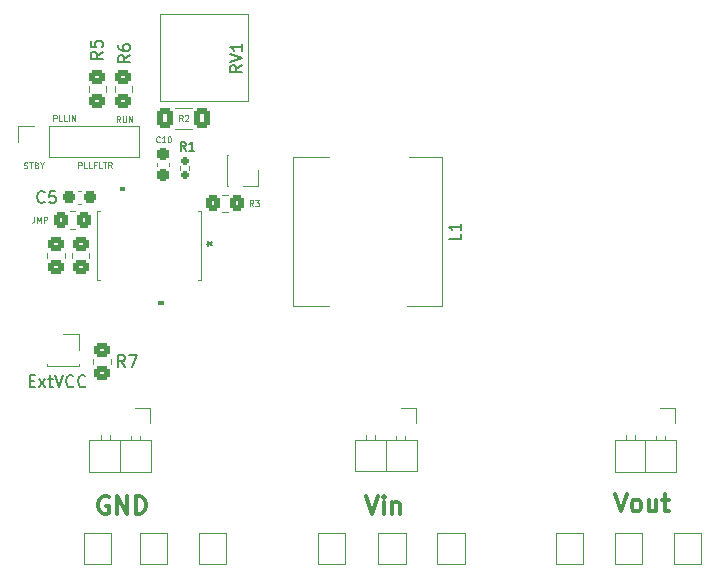
<source format=gto>
G04 #@! TF.GenerationSoftware,KiCad,Pcbnew,(6.0.1)*
G04 #@! TF.CreationDate,2022-06-09T14:03:21-07:00*
G04 #@! TF.ProjectId,StereoPSRev1_2,53746572-656f-4505-9352-6576315f322e,rev?*
G04 #@! TF.SameCoordinates,Original*
G04 #@! TF.FileFunction,Legend,Top*
G04 #@! TF.FilePolarity,Positive*
%FSLAX46Y46*%
G04 Gerber Fmt 4.6, Leading zero omitted, Abs format (unit mm)*
G04 Created by KiCad (PCBNEW (6.0.1)) date 2022-06-09 14:03:21*
%MOMM*%
%LPD*%
G01*
G04 APERTURE LIST*
G04 Aperture macros list*
%AMRoundRect*
0 Rectangle with rounded corners*
0 $1 Rounding radius*
0 $2 $3 $4 $5 $6 $7 $8 $9 X,Y pos of 4 corners*
0 Add a 4 corners polygon primitive as box body*
4,1,4,$2,$3,$4,$5,$6,$7,$8,$9,$2,$3,0*
0 Add four circle primitives for the rounded corners*
1,1,$1+$1,$2,$3*
1,1,$1+$1,$4,$5*
1,1,$1+$1,$6,$7*
1,1,$1+$1,$8,$9*
0 Add four rect primitives between the rounded corners*
20,1,$1+$1,$2,$3,$4,$5,0*
20,1,$1+$1,$4,$5,$6,$7,0*
20,1,$1+$1,$6,$7,$8,$9,0*
20,1,$1+$1,$8,$9,$2,$3,0*%
G04 Aperture macros list end*
%ADD10C,0.100000*%
%ADD11C,0.300000*%
%ADD12C,0.125000*%
%ADD13C,0.150000*%
%ADD14C,0.120000*%
%ADD15R,1.700000X1.700000*%
%ADD16O,1.700000X1.700000*%
%ADD17RoundRect,0.250000X0.350000X0.450000X-0.350000X0.450000X-0.350000X-0.450000X0.350000X-0.450000X0*%
%ADD18RoundRect,0.250000X-0.350000X-0.450000X0.350000X-0.450000X0.350000X0.450000X-0.350000X0.450000X0*%
%ADD19RoundRect,0.237500X0.237500X-0.300000X0.237500X0.300000X-0.237500X0.300000X-0.237500X-0.300000X0*%
%ADD20C,2.500000*%
%ADD21RoundRect,0.250000X0.400000X0.625000X-0.400000X0.625000X-0.400000X-0.625000X0.400000X-0.625000X0*%
%ADD22RoundRect,0.237500X0.300000X0.237500X-0.300000X0.237500X-0.300000X-0.237500X0.300000X-0.237500X0*%
%ADD23R,0.431000X1.639799*%
%ADD24RoundRect,0.250000X0.450000X-0.350000X0.450000X0.350000X-0.450000X0.350000X-0.450000X-0.350000X0*%
%ADD25C,1.498600*%
%ADD26R,6.400000X4.900000*%
%ADD27R,6.400000X4.800000*%
%ADD28RoundRect,0.160000X0.160000X-0.197500X0.160000X0.197500X-0.160000X0.197500X-0.160000X-0.197500X0*%
%ADD29R,1.600000X1.600000*%
%ADD30C,1.600000*%
%ADD31O,3.500000X3.500000*%
%ADD32R,1.905000X2.000000*%
%ADD33O,1.905000X2.000000*%
%ADD34C,1.524000*%
%ADD35R,2.000000X2.000000*%
%ADD36C,2.000000*%
G04 APERTURE END LIST*
D10*
X155600000Y-122800000D02*
X157900000Y-122800000D01*
X157900000Y-122800000D02*
X157900000Y-125400000D01*
X157900000Y-125400000D02*
X155600000Y-125400000D01*
X155600000Y-125400000D02*
X155600000Y-122800000D01*
X140600000Y-122800000D02*
X142900000Y-122800000D01*
X142900000Y-122800000D02*
X142900000Y-125400000D01*
X142900000Y-125400000D02*
X140600000Y-125400000D01*
X140600000Y-125400000D02*
X140600000Y-122800000D01*
X110700000Y-122800000D02*
X113000000Y-122800000D01*
X113000000Y-122800000D02*
X113000000Y-125400000D01*
X113000000Y-125400000D02*
X110700000Y-125400000D01*
X110700000Y-125400000D02*
X110700000Y-122800000D01*
X135600000Y-122800000D02*
X137900000Y-122800000D01*
X137900000Y-122800000D02*
X137900000Y-125400000D01*
X137900000Y-125400000D02*
X135600000Y-125400000D01*
X135600000Y-125400000D02*
X135600000Y-122800000D01*
X160600000Y-122800000D02*
X162900000Y-122800000D01*
X162900000Y-122800000D02*
X162900000Y-125400000D01*
X162900000Y-125400000D02*
X160600000Y-125400000D01*
X160600000Y-125400000D02*
X160600000Y-122800000D01*
X150600000Y-122800000D02*
X152900000Y-122800000D01*
X152900000Y-122800000D02*
X152900000Y-125400000D01*
X152900000Y-125400000D02*
X150600000Y-125400000D01*
X150600000Y-125400000D02*
X150600000Y-122800000D01*
X115400000Y-122800000D02*
X117700000Y-122800000D01*
X117700000Y-122800000D02*
X117700000Y-125400000D01*
X117700000Y-125400000D02*
X115400000Y-125400000D01*
X115400000Y-125400000D02*
X115400000Y-122800000D01*
X130500000Y-122800000D02*
X132800000Y-122800000D01*
X132800000Y-122800000D02*
X132800000Y-125400000D01*
X132800000Y-125400000D02*
X130500000Y-125400000D01*
X130500000Y-125400000D02*
X130500000Y-122800000D01*
X120400000Y-122800000D02*
X122700000Y-122800000D01*
X122700000Y-122800000D02*
X122700000Y-125400000D01*
X122700000Y-125400000D02*
X120400000Y-125400000D01*
X120400000Y-125400000D02*
X120400000Y-122800000D01*
D11*
X155614285Y-119478571D02*
X156114285Y-120978571D01*
X156614285Y-119478571D01*
X157328571Y-120978571D02*
X157185714Y-120907142D01*
X157114285Y-120835714D01*
X157042857Y-120692857D01*
X157042857Y-120264285D01*
X157114285Y-120121428D01*
X157185714Y-120050000D01*
X157328571Y-119978571D01*
X157542857Y-119978571D01*
X157685714Y-120050000D01*
X157757142Y-120121428D01*
X157828571Y-120264285D01*
X157828571Y-120692857D01*
X157757142Y-120835714D01*
X157685714Y-120907142D01*
X157542857Y-120978571D01*
X157328571Y-120978571D01*
X159114285Y-119978571D02*
X159114285Y-120978571D01*
X158471428Y-119978571D02*
X158471428Y-120764285D01*
X158542857Y-120907142D01*
X158685714Y-120978571D01*
X158900000Y-120978571D01*
X159042857Y-120907142D01*
X159114285Y-120835714D01*
X159614285Y-119978571D02*
X160185714Y-119978571D01*
X159828571Y-119478571D02*
X159828571Y-120764285D01*
X159900000Y-120907142D01*
X160042857Y-120978571D01*
X160185714Y-120978571D01*
D12*
X108083333Y-87926190D02*
X108083333Y-87426190D01*
X108273809Y-87426190D01*
X108321428Y-87450000D01*
X108345238Y-87473809D01*
X108369047Y-87521428D01*
X108369047Y-87592857D01*
X108345238Y-87640476D01*
X108321428Y-87664285D01*
X108273809Y-87688095D01*
X108083333Y-87688095D01*
X108821428Y-87926190D02*
X108583333Y-87926190D01*
X108583333Y-87426190D01*
X109226190Y-87926190D02*
X108988095Y-87926190D01*
X108988095Y-87426190D01*
X109392857Y-87926190D02*
X109392857Y-87426190D01*
X109630952Y-87926190D02*
X109630952Y-87426190D01*
X109916666Y-87926190D01*
X109916666Y-87426190D01*
X113730952Y-88026190D02*
X113564285Y-87788095D01*
X113445238Y-88026190D02*
X113445238Y-87526190D01*
X113635714Y-87526190D01*
X113683333Y-87550000D01*
X113707142Y-87573809D01*
X113730952Y-87621428D01*
X113730952Y-87692857D01*
X113707142Y-87740476D01*
X113683333Y-87764285D01*
X113635714Y-87788095D01*
X113445238Y-87788095D01*
X113945238Y-87526190D02*
X113945238Y-87930952D01*
X113969047Y-87978571D01*
X113992857Y-88002380D01*
X114040476Y-88026190D01*
X114135714Y-88026190D01*
X114183333Y-88002380D01*
X114207142Y-87978571D01*
X114230952Y-87930952D01*
X114230952Y-87526190D01*
X114469047Y-88026190D02*
X114469047Y-87526190D01*
X114754761Y-88026190D01*
X114754761Y-87526190D01*
X105602380Y-91902380D02*
X105673809Y-91926190D01*
X105792857Y-91926190D01*
X105840476Y-91902380D01*
X105864285Y-91878571D01*
X105888095Y-91830952D01*
X105888095Y-91783333D01*
X105864285Y-91735714D01*
X105840476Y-91711904D01*
X105792857Y-91688095D01*
X105697619Y-91664285D01*
X105650000Y-91640476D01*
X105626190Y-91616666D01*
X105602380Y-91569047D01*
X105602380Y-91521428D01*
X105626190Y-91473809D01*
X105650000Y-91450000D01*
X105697619Y-91426190D01*
X105816666Y-91426190D01*
X105888095Y-91450000D01*
X106030952Y-91426190D02*
X106316666Y-91426190D01*
X106173809Y-91926190D02*
X106173809Y-91426190D01*
X106650000Y-91664285D02*
X106721428Y-91688095D01*
X106745238Y-91711904D01*
X106769047Y-91759523D01*
X106769047Y-91830952D01*
X106745238Y-91878571D01*
X106721428Y-91902380D01*
X106673809Y-91926190D01*
X106483333Y-91926190D01*
X106483333Y-91426190D01*
X106650000Y-91426190D01*
X106697619Y-91450000D01*
X106721428Y-91473809D01*
X106745238Y-91521428D01*
X106745238Y-91569047D01*
X106721428Y-91616666D01*
X106697619Y-91640476D01*
X106650000Y-91664285D01*
X106483333Y-91664285D01*
X107078571Y-91688095D02*
X107078571Y-91926190D01*
X106911904Y-91426190D02*
X107078571Y-91688095D01*
X107245238Y-91426190D01*
D11*
X112757142Y-119750000D02*
X112614285Y-119678571D01*
X112400000Y-119678571D01*
X112185714Y-119750000D01*
X112042857Y-119892857D01*
X111971428Y-120035714D01*
X111900000Y-120321428D01*
X111900000Y-120535714D01*
X111971428Y-120821428D01*
X112042857Y-120964285D01*
X112185714Y-121107142D01*
X112400000Y-121178571D01*
X112542857Y-121178571D01*
X112757142Y-121107142D01*
X112828571Y-121035714D01*
X112828571Y-120535714D01*
X112542857Y-120535714D01*
X113471428Y-121178571D02*
X113471428Y-119678571D01*
X114328571Y-121178571D01*
X114328571Y-119678571D01*
X115042857Y-121178571D02*
X115042857Y-119678571D01*
X115400000Y-119678571D01*
X115614285Y-119750000D01*
X115757142Y-119892857D01*
X115828571Y-120035714D01*
X115900000Y-120321428D01*
X115900000Y-120535714D01*
X115828571Y-120821428D01*
X115757142Y-120964285D01*
X115614285Y-121107142D01*
X115400000Y-121178571D01*
X115042857Y-121178571D01*
D12*
X110207142Y-91926190D02*
X110207142Y-91426190D01*
X110397619Y-91426190D01*
X110445238Y-91450000D01*
X110469047Y-91473809D01*
X110492857Y-91521428D01*
X110492857Y-91592857D01*
X110469047Y-91640476D01*
X110445238Y-91664285D01*
X110397619Y-91688095D01*
X110207142Y-91688095D01*
X110945238Y-91926190D02*
X110707142Y-91926190D01*
X110707142Y-91426190D01*
X111350000Y-91926190D02*
X111111904Y-91926190D01*
X111111904Y-91426190D01*
X111683333Y-91664285D02*
X111516666Y-91664285D01*
X111516666Y-91926190D02*
X111516666Y-91426190D01*
X111754761Y-91426190D01*
X112183333Y-91926190D02*
X111945238Y-91926190D01*
X111945238Y-91426190D01*
X112278571Y-91426190D02*
X112564285Y-91426190D01*
X112421428Y-91926190D02*
X112421428Y-91426190D01*
X113016666Y-91926190D02*
X112850000Y-91688095D01*
X112730952Y-91926190D02*
X112730952Y-91426190D01*
X112921428Y-91426190D01*
X112969047Y-91450000D01*
X112992857Y-91473809D01*
X113016666Y-91521428D01*
X113016666Y-91592857D01*
X112992857Y-91640476D01*
X112969047Y-91664285D01*
X112921428Y-91688095D01*
X112730952Y-91688095D01*
D11*
X134564285Y-119678571D02*
X135064285Y-121178571D01*
X135564285Y-119678571D01*
X136064285Y-121178571D02*
X136064285Y-120178571D01*
X136064285Y-119678571D02*
X135992857Y-119750000D01*
X136064285Y-119821428D01*
X136135714Y-119750000D01*
X136064285Y-119678571D01*
X136064285Y-119821428D01*
X136778571Y-120178571D02*
X136778571Y-121178571D01*
X136778571Y-120321428D02*
X136850000Y-120250000D01*
X136992857Y-120178571D01*
X137207142Y-120178571D01*
X137350000Y-120250000D01*
X137421428Y-120392857D01*
X137421428Y-121178571D01*
D12*
X125016666Y-95126190D02*
X124850000Y-94888095D01*
X124730952Y-95126190D02*
X124730952Y-94626190D01*
X124921428Y-94626190D01*
X124969047Y-94650000D01*
X124992857Y-94673809D01*
X125016666Y-94721428D01*
X125016666Y-94792857D01*
X124992857Y-94840476D01*
X124969047Y-94864285D01*
X124921428Y-94888095D01*
X124730952Y-94888095D01*
X125183333Y-94626190D02*
X125492857Y-94626190D01*
X125326190Y-94816666D01*
X125397619Y-94816666D01*
X125445238Y-94840476D01*
X125469047Y-94864285D01*
X125492857Y-94911904D01*
X125492857Y-95030952D01*
X125469047Y-95078571D01*
X125445238Y-95102380D01*
X125397619Y-95126190D01*
X125254761Y-95126190D01*
X125207142Y-95102380D01*
X125183333Y-95078571D01*
X106435714Y-96026190D02*
X106435714Y-96383333D01*
X106411904Y-96454761D01*
X106364285Y-96502380D01*
X106292857Y-96526190D01*
X106245238Y-96526190D01*
X106673809Y-96526190D02*
X106673809Y-96026190D01*
X106840476Y-96383333D01*
X107007142Y-96026190D01*
X107007142Y-96526190D01*
X107245238Y-96526190D02*
X107245238Y-96026190D01*
X107435714Y-96026190D01*
X107483333Y-96050000D01*
X107507142Y-96073809D01*
X107530952Y-96121428D01*
X107530952Y-96192857D01*
X107507142Y-96240476D01*
X107483333Y-96264285D01*
X107435714Y-96288095D01*
X107245238Y-96288095D01*
X117078571Y-89678571D02*
X117054761Y-89702380D01*
X116983333Y-89726190D01*
X116935714Y-89726190D01*
X116864285Y-89702380D01*
X116816666Y-89654761D01*
X116792857Y-89607142D01*
X116769047Y-89511904D01*
X116769047Y-89440476D01*
X116792857Y-89345238D01*
X116816666Y-89297619D01*
X116864285Y-89250000D01*
X116935714Y-89226190D01*
X116983333Y-89226190D01*
X117054761Y-89250000D01*
X117078571Y-89273809D01*
X117554761Y-89726190D02*
X117269047Y-89726190D01*
X117411904Y-89726190D02*
X117411904Y-89226190D01*
X117364285Y-89297619D01*
X117316666Y-89345238D01*
X117269047Y-89369047D01*
X117864285Y-89226190D02*
X117911904Y-89226190D01*
X117959523Y-89250000D01*
X117983333Y-89273809D01*
X118007142Y-89321428D01*
X118030952Y-89416666D01*
X118030952Y-89535714D01*
X118007142Y-89630952D01*
X117983333Y-89678571D01*
X117959523Y-89702380D01*
X117911904Y-89726190D01*
X117864285Y-89726190D01*
X117816666Y-89702380D01*
X117792857Y-89678571D01*
X117769047Y-89630952D01*
X117745238Y-89535714D01*
X117745238Y-89416666D01*
X117769047Y-89321428D01*
X117792857Y-89273809D01*
X117816666Y-89250000D01*
X117864285Y-89226190D01*
X119016666Y-87926190D02*
X118850000Y-87688095D01*
X118730952Y-87926190D02*
X118730952Y-87426190D01*
X118921428Y-87426190D01*
X118969047Y-87450000D01*
X118992857Y-87473809D01*
X119016666Y-87521428D01*
X119016666Y-87592857D01*
X118992857Y-87640476D01*
X118969047Y-87664285D01*
X118921428Y-87688095D01*
X118730952Y-87688095D01*
X119207142Y-87473809D02*
X119230952Y-87450000D01*
X119278571Y-87426190D01*
X119397619Y-87426190D01*
X119445238Y-87450000D01*
X119469047Y-87473809D01*
X119492857Y-87521428D01*
X119492857Y-87569047D01*
X119469047Y-87640476D01*
X119183333Y-87926190D01*
X119492857Y-87926190D01*
D13*
X107333333Y-94757142D02*
X107285714Y-94804761D01*
X107142857Y-94852380D01*
X107047619Y-94852380D01*
X106904761Y-94804761D01*
X106809523Y-94709523D01*
X106761904Y-94614285D01*
X106714285Y-94423809D01*
X106714285Y-94280952D01*
X106761904Y-94090476D01*
X106809523Y-93995238D01*
X106904761Y-93900000D01*
X107047619Y-93852380D01*
X107142857Y-93852380D01*
X107285714Y-93900000D01*
X107333333Y-93947619D01*
X108238095Y-93852380D02*
X107761904Y-93852380D01*
X107714285Y-94328571D01*
X107761904Y-94280952D01*
X107857142Y-94233333D01*
X108095238Y-94233333D01*
X108190476Y-94280952D01*
X108238095Y-94328571D01*
X108285714Y-94423809D01*
X108285714Y-94661904D01*
X108238095Y-94757142D01*
X108190476Y-94804761D01*
X108095238Y-94852380D01*
X107857142Y-94852380D01*
X107761904Y-94804761D01*
X107714285Y-94757142D01*
X121052380Y-98300000D02*
X121290476Y-98300000D01*
X121195238Y-98538095D02*
X121290476Y-98300000D01*
X121195238Y-98061904D01*
X121480952Y-98442857D02*
X121290476Y-98300000D01*
X121480952Y-98157142D01*
X112252380Y-82066666D02*
X111776190Y-82400000D01*
X112252380Y-82638095D02*
X111252380Y-82638095D01*
X111252380Y-82257142D01*
X111300000Y-82161904D01*
X111347619Y-82114285D01*
X111442857Y-82066666D01*
X111585714Y-82066666D01*
X111680952Y-82114285D01*
X111728571Y-82161904D01*
X111776190Y-82257142D01*
X111776190Y-82638095D01*
X111252380Y-81161904D02*
X111252380Y-81638095D01*
X111728571Y-81685714D01*
X111680952Y-81638095D01*
X111633333Y-81542857D01*
X111633333Y-81304761D01*
X111680952Y-81209523D01*
X111728571Y-81161904D01*
X111823809Y-81114285D01*
X112061904Y-81114285D01*
X112157142Y-81161904D01*
X112204761Y-81209523D01*
X112252380Y-81304761D01*
X112252380Y-81542857D01*
X112204761Y-81638095D01*
X112157142Y-81685714D01*
X124052380Y-83195238D02*
X123576190Y-83528571D01*
X124052380Y-83766666D02*
X123052380Y-83766666D01*
X123052380Y-83385714D01*
X123100000Y-83290476D01*
X123147619Y-83242857D01*
X123242857Y-83195238D01*
X123385714Y-83195238D01*
X123480952Y-83242857D01*
X123528571Y-83290476D01*
X123576190Y-83385714D01*
X123576190Y-83766666D01*
X123052380Y-82909523D02*
X124052380Y-82576190D01*
X123052380Y-82242857D01*
X124052380Y-81385714D02*
X124052380Y-81957142D01*
X124052380Y-81671428D02*
X123052380Y-81671428D01*
X123195238Y-81766666D01*
X123290476Y-81861904D01*
X123338095Y-81957142D01*
X142552380Y-97466666D02*
X142552380Y-97942857D01*
X141552380Y-97942857D01*
X142552380Y-96609523D02*
X142552380Y-97180952D01*
X142552380Y-96895238D02*
X141552380Y-96895238D01*
X141695238Y-96990476D01*
X141790476Y-97085714D01*
X141838095Y-97180952D01*
X114552380Y-82366666D02*
X114076190Y-82700000D01*
X114552380Y-82938095D02*
X113552380Y-82938095D01*
X113552380Y-82557142D01*
X113600000Y-82461904D01*
X113647619Y-82414285D01*
X113742857Y-82366666D01*
X113885714Y-82366666D01*
X113980952Y-82414285D01*
X114028571Y-82461904D01*
X114076190Y-82557142D01*
X114076190Y-82938095D01*
X113552380Y-81509523D02*
X113552380Y-81700000D01*
X113600000Y-81795238D01*
X113647619Y-81842857D01*
X113790476Y-81938095D01*
X113980952Y-81985714D01*
X114361904Y-81985714D01*
X114457142Y-81938095D01*
X114504761Y-81890476D01*
X114552380Y-81795238D01*
X114552380Y-81604761D01*
X114504761Y-81509523D01*
X114457142Y-81461904D01*
X114361904Y-81414285D01*
X114123809Y-81414285D01*
X114028571Y-81461904D01*
X113980952Y-81509523D01*
X113933333Y-81604761D01*
X113933333Y-81795238D01*
X113980952Y-81890476D01*
X114028571Y-81938095D01*
X114123809Y-81985714D01*
X106066666Y-109928571D02*
X106400000Y-109928571D01*
X106542857Y-110452380D02*
X106066666Y-110452380D01*
X106066666Y-109452380D01*
X106542857Y-109452380D01*
X106876190Y-110452380D02*
X107400000Y-109785714D01*
X106876190Y-109785714D02*
X107400000Y-110452380D01*
X107638095Y-109785714D02*
X108019047Y-109785714D01*
X107780952Y-109452380D02*
X107780952Y-110309523D01*
X107828571Y-110404761D01*
X107923809Y-110452380D01*
X108019047Y-110452380D01*
X108209523Y-109452380D02*
X108542857Y-110452380D01*
X108876190Y-109452380D01*
X109780952Y-110357142D02*
X109733333Y-110404761D01*
X109590476Y-110452380D01*
X109495238Y-110452380D01*
X109352380Y-110404761D01*
X109257142Y-110309523D01*
X109209523Y-110214285D01*
X109161904Y-110023809D01*
X109161904Y-109880952D01*
X109209523Y-109690476D01*
X109257142Y-109595238D01*
X109352380Y-109500000D01*
X109495238Y-109452380D01*
X109590476Y-109452380D01*
X109733333Y-109500000D01*
X109780952Y-109547619D01*
X110780952Y-110357142D02*
X110733333Y-110404761D01*
X110590476Y-110452380D01*
X110495238Y-110452380D01*
X110352380Y-110404761D01*
X110257142Y-110309523D01*
X110209523Y-110214285D01*
X110161904Y-110023809D01*
X110161904Y-109880952D01*
X110209523Y-109690476D01*
X110257142Y-109595238D01*
X110352380Y-109500000D01*
X110495238Y-109452380D01*
X110590476Y-109452380D01*
X110733333Y-109500000D01*
X110780952Y-109547619D01*
X114133333Y-108752380D02*
X113800000Y-108276190D01*
X113561904Y-108752380D02*
X113561904Y-107752380D01*
X113942857Y-107752380D01*
X114038095Y-107800000D01*
X114085714Y-107847619D01*
X114133333Y-107942857D01*
X114133333Y-108085714D01*
X114085714Y-108180952D01*
X114038095Y-108228571D01*
X113942857Y-108276190D01*
X113561904Y-108276190D01*
X114466666Y-107752380D02*
X115133333Y-107752380D01*
X114704761Y-108752380D01*
X119275000Y-90439285D02*
X119025000Y-90082142D01*
X118846428Y-90439285D02*
X118846428Y-89689285D01*
X119132142Y-89689285D01*
X119203571Y-89725000D01*
X119239285Y-89760714D01*
X119275000Y-89832142D01*
X119275000Y-89939285D01*
X119239285Y-90010714D01*
X119203571Y-90046428D01*
X119132142Y-90082142D01*
X118846428Y-90082142D01*
X119989285Y-90439285D02*
X119560714Y-90439285D01*
X119775000Y-90439285D02*
X119775000Y-89689285D01*
X119703571Y-89796428D01*
X119632142Y-89867857D01*
X119560714Y-89903571D01*
D14*
X113730000Y-114940000D02*
X113730000Y-117600000D01*
X114620000Y-114610000D02*
X114620000Y-114940000D01*
X116330000Y-114940000D02*
X111130000Y-114940000D01*
X116330000Y-117600000D02*
X116330000Y-114940000D01*
X112840000Y-114542929D02*
X112840000Y-114940000D01*
X115380000Y-114610000D02*
X115380000Y-114940000D01*
X116270000Y-112230000D02*
X116270000Y-113500000D01*
X115000000Y-112230000D02*
X116270000Y-112230000D01*
X111130000Y-114940000D02*
X111130000Y-117600000D01*
X111130000Y-117600000D02*
X116330000Y-117600000D01*
X112080000Y-114542929D02*
X112080000Y-114940000D01*
X122827064Y-94165000D02*
X122372936Y-94165000D01*
X122827064Y-95635000D02*
X122372936Y-95635000D01*
X109472936Y-95565000D02*
X109927064Y-95565000D01*
X109472936Y-97035000D02*
X109927064Y-97035000D01*
X157310000Y-114542929D02*
X157310000Y-114940000D01*
X159470000Y-112230000D02*
X160740000Y-112230000D01*
X160800000Y-114940000D02*
X155600000Y-114940000D01*
X155600000Y-114940000D02*
X155600000Y-117600000D01*
X159850000Y-114610000D02*
X159850000Y-114940000D01*
X160800000Y-117600000D02*
X160800000Y-114940000D01*
X155600000Y-117600000D02*
X160800000Y-117600000D01*
X156550000Y-114542929D02*
X156550000Y-114940000D01*
X159090000Y-114610000D02*
X159090000Y-114940000D01*
X158200000Y-114940000D02*
X158200000Y-117600000D01*
X160740000Y-112230000D02*
X160740000Y-113500000D01*
X117843840Y-91766817D02*
X117843840Y-91474283D01*
X116823840Y-91766817D02*
X116823840Y-91474283D01*
X119827064Y-88610000D02*
X118372936Y-88610000D01*
X119827064Y-86790000D02*
X118372936Y-86790000D01*
X110446267Y-93890000D02*
X110153733Y-93890000D01*
X110446267Y-94910000D02*
X110153733Y-94910000D01*
X120300400Y-101401500D02*
X120557340Y-101401500D01*
X120557340Y-101401500D02*
X120557340Y-95534100D01*
X111794340Y-95534100D02*
X111794340Y-101401500D01*
X111794340Y-101401500D02*
X112051280Y-101401500D01*
X120557340Y-95534100D02*
X120300400Y-95534100D01*
X112051280Y-95534100D02*
X111794340Y-95534100D01*
D10*
X114090500Y-93507701D02*
X113709500Y-93507701D01*
X113709500Y-93507701D02*
X113709500Y-93761701D01*
X113709500Y-93761701D02*
X114090500Y-93761701D01*
X114090500Y-93761701D02*
X114090500Y-93507701D01*
G36*
X114090500Y-93761701D02*
G01*
X113709500Y-93761701D01*
X113709500Y-93507701D01*
X114090500Y-93507701D01*
X114090500Y-93761701D01*
G37*
X114090500Y-93761701D02*
X113709500Y-93761701D01*
X113709500Y-93507701D01*
X114090500Y-93507701D01*
X114090500Y-93761701D01*
X117341700Y-103427899D02*
X116960700Y-103427899D01*
X116960700Y-103427899D02*
X116960700Y-103173899D01*
X116960700Y-103173899D02*
X117341700Y-103173899D01*
X117341700Y-103173899D02*
X117341700Y-103427899D01*
G36*
X117341700Y-103427899D02*
G01*
X116960700Y-103427899D01*
X116960700Y-103173899D01*
X117341700Y-103173899D01*
X117341700Y-103427899D01*
G37*
X117341700Y-103427899D02*
X116960700Y-103427899D01*
X116960700Y-103173899D01*
X117341700Y-103173899D01*
X117341700Y-103427899D01*
D14*
X111065000Y-85427064D02*
X111065000Y-84972936D01*
X112535000Y-85427064D02*
X112535000Y-84972936D01*
X107670000Y-88345000D02*
X115350000Y-88345000D01*
X115350000Y-91005000D02*
X115350000Y-88345000D01*
X105070000Y-88345000D02*
X106400000Y-88345000D01*
X107670000Y-91005000D02*
X115350000Y-91005000D01*
X107670000Y-91005000D02*
X107670000Y-88345000D01*
X105070000Y-89675000D02*
X105070000Y-88345000D01*
X117074640Y-86227000D02*
X117074640Y-78861000D01*
X124527000Y-78861000D02*
X117074640Y-78861000D01*
X124527000Y-86227000D02*
X124527000Y-78861000D01*
X124527000Y-86227000D02*
X117074640Y-86227000D01*
X128400000Y-103600000D02*
X128400000Y-91000000D01*
X128400000Y-91000000D02*
X131400000Y-91000000D01*
X131400000Y-103600000D02*
X128400000Y-103600000D01*
X141000000Y-91000000D02*
X141000000Y-103600000D01*
X138000000Y-91000000D02*
X141000000Y-91000000D01*
X141000000Y-103600000D02*
X138000000Y-103600000D01*
X113265000Y-85427064D02*
X113265000Y-84972936D01*
X114735000Y-85427064D02*
X114735000Y-84972936D01*
X107570000Y-108510000D02*
X107570000Y-108630000D01*
X108900000Y-105970000D02*
X110230000Y-105970000D01*
X110230000Y-105970000D02*
X110230000Y-107300000D01*
X110230000Y-108510000D02*
X110230000Y-108630000D01*
X107570000Y-108630000D02*
X110230000Y-108630000D01*
X107565000Y-99527064D02*
X107565000Y-99072936D01*
X109035000Y-99527064D02*
X109035000Y-99072936D01*
X112935000Y-108527064D02*
X112935000Y-108072936D01*
X111465000Y-108527064D02*
X111465000Y-108072936D01*
X135335000Y-114517929D02*
X135335000Y-114915000D01*
X138825000Y-114915000D02*
X133625000Y-114915000D01*
X137495000Y-112205000D02*
X138765000Y-112205000D01*
X138825000Y-117575000D02*
X138825000Y-114915000D01*
X137115000Y-114585000D02*
X137115000Y-114915000D01*
X133625000Y-114915000D02*
X133625000Y-117575000D01*
X136225000Y-114915000D02*
X136225000Y-117575000D01*
X134575000Y-114517929D02*
X134575000Y-114915000D01*
X133625000Y-117575000D02*
X138825000Y-117575000D01*
X137875000Y-114585000D02*
X137875000Y-114915000D01*
X138765000Y-112205000D02*
X138765000Y-113475000D01*
X122890000Y-90770000D02*
X122770000Y-90770000D01*
X122890000Y-93430000D02*
X122770000Y-93430000D01*
X125430000Y-92100000D02*
X125430000Y-93430000D01*
X122770000Y-90770000D02*
X122770000Y-93430000D01*
X125430000Y-93430000D02*
X124100000Y-93430000D01*
X119563840Y-92038171D02*
X119563840Y-91702929D01*
X118803840Y-92038171D02*
X118803840Y-91702929D01*
X109665000Y-99527064D02*
X109665000Y-99072936D01*
X111135000Y-99527064D02*
X111135000Y-99072936D01*
%LPC*%
X120175840Y-95967800D02*
X112175840Y-95967800D01*
X112175840Y-95967800D02*
X112175840Y-101067800D01*
X112175840Y-101067800D02*
X120175840Y-101067800D01*
X120175840Y-101067800D02*
X120175840Y-95967800D01*
G36*
X120175840Y-95967800D02*
G01*
X112175840Y-95967800D01*
X112175840Y-101067800D01*
X120175840Y-101067800D01*
X120175840Y-95967800D01*
G37*
X147700000Y-75700000D02*
X137700000Y-75700000D01*
X137700000Y-75700000D02*
X137700000Y-84500000D01*
X137700000Y-84500000D02*
X147700000Y-84500000D01*
X147700000Y-84500000D02*
X147700000Y-75700000D01*
G36*
X147700000Y-75700000D02*
G01*
X137700000Y-75700000D01*
X137700000Y-84500000D01*
X147700000Y-84500000D01*
X147700000Y-75700000D01*
G37*
X140660000Y-118270000D02*
X150660000Y-118270000D01*
X150660000Y-118270000D02*
X150660000Y-109470000D01*
X150660000Y-109470000D02*
X140660000Y-109470000D01*
X140660000Y-109470000D02*
X140660000Y-118270000D01*
G36*
X140660000Y-118270000D02*
G01*
X150660000Y-118270000D01*
X150660000Y-109470000D01*
X140660000Y-109470000D01*
X140660000Y-118270000D01*
G37*
X136800000Y-75700000D02*
X126800000Y-75700000D01*
X126800000Y-75700000D02*
X126800000Y-84500000D01*
X126800000Y-84500000D02*
X136800000Y-84500000D01*
X136800000Y-84500000D02*
X136800000Y-75700000D01*
G36*
X136800000Y-75700000D02*
G01*
X126800000Y-75700000D01*
X126800000Y-84500000D01*
X136800000Y-84500000D01*
X136800000Y-75700000D01*
G37*
X122300000Y-118200000D02*
X132300000Y-118200000D01*
X132300000Y-118200000D02*
X132300000Y-109400000D01*
X132300000Y-109400000D02*
X122300000Y-109400000D01*
X122300000Y-109400000D02*
X122300000Y-118200000D01*
G36*
X122300000Y-118200000D02*
G01*
X132300000Y-118200000D01*
X132300000Y-109400000D01*
X122300000Y-109400000D01*
X122300000Y-118200000D01*
G37*
D15*
X115000000Y-113500000D03*
D16*
X112460000Y-113500000D03*
D17*
X123600000Y-94900000D03*
X121600000Y-94900000D03*
D18*
X108700000Y-96300000D03*
X110700000Y-96300000D03*
D15*
X159470000Y-113500000D03*
D16*
X156930000Y-113500000D03*
D19*
X117333840Y-92483050D03*
X117333840Y-90758050D03*
D20*
X166200000Y-74500000D03*
D21*
X120650000Y-87700000D03*
X117550000Y-87700000D03*
D22*
X111162500Y-94400000D03*
X109437500Y-94400000D03*
D23*
X119752160Y-94835600D03*
X119101920Y-94835600D03*
X118451680Y-94835600D03*
X117801440Y-94835600D03*
X117151200Y-94835600D03*
X116500960Y-94835600D03*
X115850720Y-94835600D03*
X115200480Y-94835600D03*
X114550240Y-94835600D03*
X113900000Y-94835600D03*
X113249760Y-94835600D03*
X112599520Y-94835600D03*
X112599520Y-102100000D03*
X113249760Y-102100000D03*
X113900000Y-102100000D03*
X114550240Y-102100000D03*
X115200480Y-102100000D03*
X115850720Y-102100000D03*
X116500960Y-102100000D03*
X117151200Y-102100000D03*
X117801440Y-102100000D03*
X118451680Y-102100000D03*
X119101920Y-102100000D03*
X119752160Y-102100000D03*
D24*
X111800000Y-86200000D03*
X111800000Y-84200000D03*
D15*
X106400000Y-89675000D03*
D16*
X108940000Y-89675000D03*
X111480000Y-89675000D03*
X114020000Y-89675000D03*
D20*
X107200000Y-117500000D03*
D25*
X120000000Y-84400000D03*
X121900000Y-82600000D03*
X120000000Y-80800000D03*
D20*
X166200000Y-117500000D03*
D26*
X134950000Y-92950000D03*
D27*
X134700000Y-102250000D03*
D24*
X114000000Y-86200000D03*
X114000000Y-84200000D03*
D15*
X108900000Y-107300000D03*
D24*
X108300000Y-100300000D03*
X108300000Y-98300000D03*
X112200000Y-109300000D03*
X112200000Y-107300000D03*
D15*
X137495000Y-113475000D03*
D16*
X134955000Y-113475000D03*
D15*
X124100000Y-92100000D03*
D28*
X119183840Y-92468050D03*
X119183840Y-91273050D03*
D20*
X107200000Y-74500000D03*
D24*
X110400000Y-100300000D03*
X110400000Y-98300000D03*
D29*
X159747349Y-95900000D03*
D30*
X163247349Y-95900000D03*
D31*
X142760000Y-71940000D03*
D32*
X145300000Y-88600000D03*
D33*
X142760000Y-88600000D03*
X140220000Y-88600000D03*
D34*
X145800000Y-83100000D03*
X139800000Y-83100000D03*
X145800000Y-80100000D03*
X139815284Y-80088651D03*
X142800000Y-83100000D03*
X145800000Y-77100000D03*
X142800000Y-80100000D03*
X139800000Y-77100000D03*
X142800000Y-77100000D03*
D35*
X159432323Y-106000000D03*
D36*
X164432323Y-106000000D03*
D31*
X145600000Y-122030000D03*
D32*
X143060000Y-105370000D03*
D33*
X145600000Y-105370000D03*
X148140000Y-105370000D03*
D34*
X148560000Y-116870000D03*
X145560000Y-116870000D03*
X142560000Y-113870000D03*
X142560000Y-110870000D03*
X145560000Y-110870000D03*
X148544716Y-113881349D03*
X148560000Y-110870000D03*
X145560000Y-113870000D03*
X142560000Y-116870000D03*
D31*
X131860000Y-71940000D03*
D32*
X134400000Y-88600000D03*
D33*
X131860000Y-88600000D03*
X129320000Y-88600000D03*
D34*
X134900000Y-80100000D03*
X128900000Y-77100000D03*
X128900000Y-83100000D03*
X128915284Y-80088651D03*
X134900000Y-77100000D03*
X131900000Y-80100000D03*
X131900000Y-83100000D03*
X131900000Y-77100000D03*
X134900000Y-83100000D03*
D31*
X127240000Y-121960000D03*
D32*
X124700000Y-105300000D03*
D33*
X127240000Y-105300000D03*
X129780000Y-105300000D03*
D34*
X130200000Y-110800000D03*
X127200000Y-116800000D03*
X130200000Y-116800000D03*
X124200000Y-113800000D03*
X124200000Y-116800000D03*
X127200000Y-110800000D03*
X124200000Y-110800000D03*
X130184716Y-113811349D03*
X127200000Y-113800000D03*
M02*

</source>
